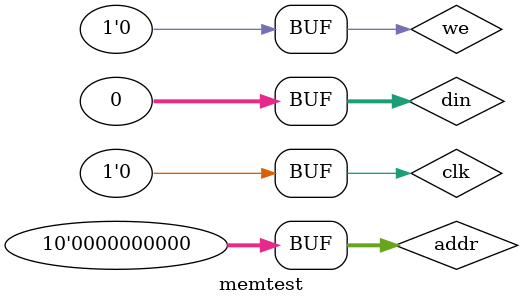
<source format=v>
`timescale 1ns / 1ps


module memtest;

// Inputs
	reg clk;
	reg we;
	reg [9:0] addr;
	reg [31:0] din;

	// Outputs
	wire [31:0] dout;

	// Instantiate the Unit Under Test (UUT)
	MEMSTAGE uut (
		.clk(clk), 
		.MEM_WrEn(we), 
		.ALU_MEM_Addr(addr), 
		.MEM_DataIn(din), 
		.MEM_DataOut(dout)
	);

	initial begin
		// Initialize Inputs
		clk = 0;
		we = 0;
		addr = 0;
		din = 0;

		// Wait 100 ns for global reset to finish
		#100;
        
		// Add stimulus here
		clk = 1;
		we = 1;
		addr = 0;
		din = 5;
		#5;
		clk = 0;
		#5;
		
		
		clk = 1;
		we = 1;
		addr = 1;
		din = 666;
		#5;
		clk = 0;
		#5;
		
		
		clk = 1;
		we = 0;
		addr = 0;
		din = 0;
		#5;
		clk = 0;
		#5;
	end
      
endmodule

</source>
